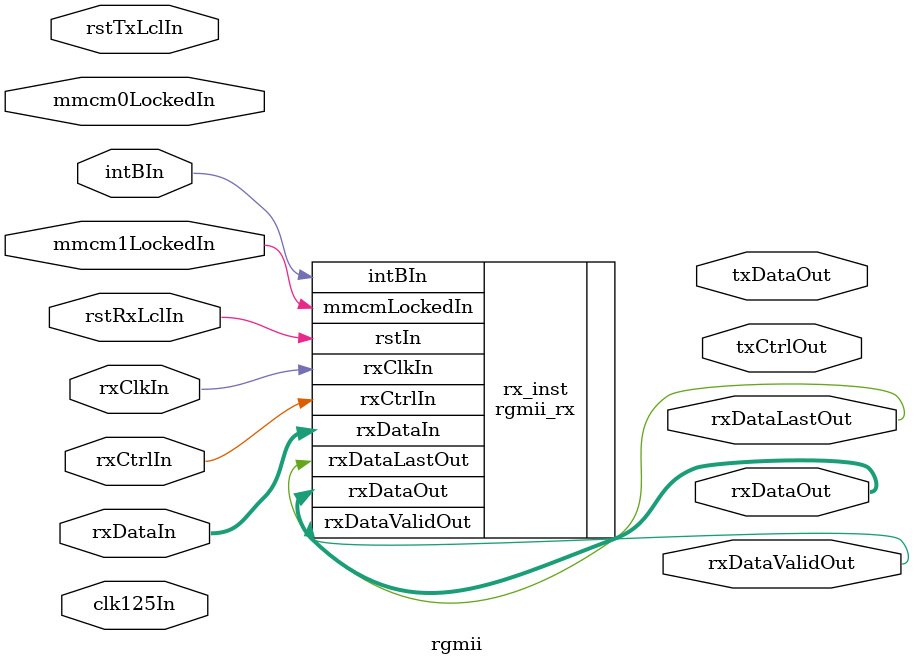
<source format=sv>
`timescale 1ns / 1ps
`include "rgmii_rx.sv"
`include "rgmii_tx.sv"

module rgmii (
    input  logic       intBIn,
    input  logic       mmcm0LockedIn,
    input  logic       mmcm1LockedIn,

    input  logic       rstRxLclIn,
    input  logic       rxClkIn,
    input  logic [3:0] rxDataIn,
    input  logic       rxCtrlIn,
    output logic [7:0] rxDataOut,
    output logic       rxDataValidOut,
    output logic       rxDataLastOut,

    input  logic       rstTxLclIn,
    input  logic       clk125In,
    output logic [3:0] txDataOut,
    output logic       txCtrlOut);

    // TX
    // rgmii_tx tx_inst (
    //     .rstIn(rstIn),
    //     .clk125In(clk125In),
    //     .intBIn(intBIn),
    //     .txDataOut(txDataOut),
    //     .txCtrlOut(txCtrlOut));

    // RX
    rgmii_rx rx_inst (
        .rstIn(rstRxLclIn),
        .rxClkIn(rxClkIn),
        .rxDataIn(rxDataIn),
        .rxCtrlIn(rxCtrlIn),
        .intBIn(intBIn),
        .mmcmLockedIn(mmcm1LockedIn),
        
        .rxDataOut(rxDataOut),
        .rxDataValidOut(rxDataValidOut),
        .rxDataLastOut(rxDataLastOut));

endmodule
</source>
